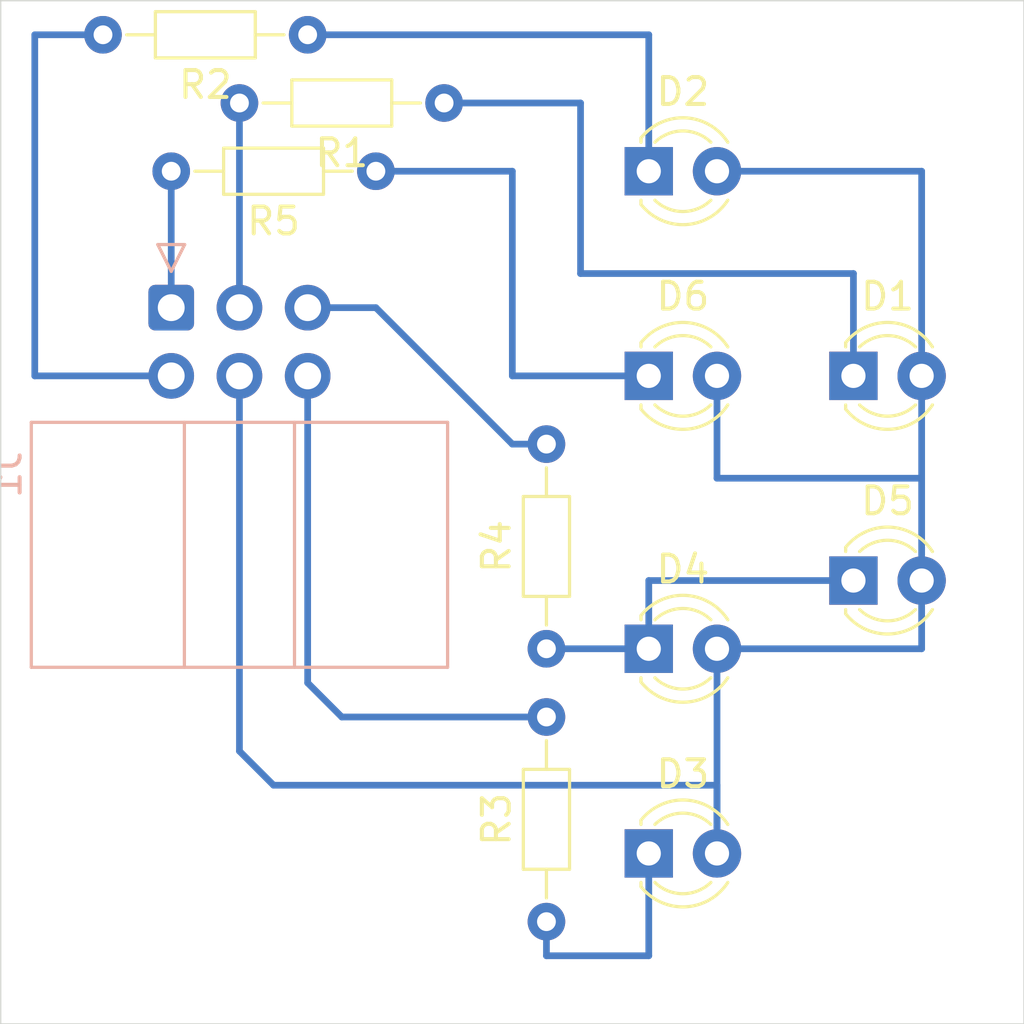
<source format=kicad_pcb>
(kicad_pcb (version 20171130) (host pcbnew 5.1.9)

  (general
    (thickness 1.6)
    (drawings 4)
    (tracks 38)
    (zones 0)
    (modules 12)
    (nets 12)
  )

  (page A4)
  (layers
    (0 F.Cu signal)
    (31 B.Cu signal)
    (32 B.Adhes user hide)
    (33 F.Adhes user hide)
    (34 B.Paste user hide)
    (35 F.Paste user hide)
    (36 B.SilkS user hide)
    (37 F.SilkS user)
    (38 B.Mask user)
    (39 F.Mask user hide)
    (40 Dwgs.User user hide)
    (41 Cmts.User user hide)
    (42 Eco1.User user hide)
    (43 Eco2.User user hide)
    (44 Edge.Cuts user)
    (45 Margin user)
    (46 B.CrtYd user)
    (47 F.CrtYd user)
    (48 B.Fab user hide)
    (49 F.Fab user hide)
  )

  (setup
    (last_trace_width 0.25)
    (trace_clearance 0.2)
    (zone_clearance 0.508)
    (zone_45_only no)
    (trace_min 0.2)
    (via_size 0.8)
    (via_drill 0.4)
    (via_min_size 0.4)
    (via_min_drill 0.3)
    (uvia_size 0.3)
    (uvia_drill 0.1)
    (uvias_allowed no)
    (uvia_min_size 0.2)
    (uvia_min_drill 0.1)
    (edge_width 0.05)
    (segment_width 1)
    (pcb_text_width 0.3)
    (pcb_text_size 1.5 1.5)
    (mod_edge_width 0.12)
    (mod_text_size 1 1)
    (mod_text_width 0.15)
    (pad_size 1.524 1.524)
    (pad_drill 0.762)
    (pad_to_mask_clearance 0)
    (aux_axis_origin 0 0)
    (visible_elements FFFFFF7F)
    (pcbplotparams
      (layerselection 0x010fc_ffffffff)
      (usegerberextensions true)
      (usegerberattributes false)
      (usegerberadvancedattributes false)
      (creategerberjobfile false)
      (excludeedgelayer true)
      (linewidth 0.100000)
      (plotframeref false)
      (viasonmask false)
      (mode 1)
      (useauxorigin false)
      (hpglpennumber 1)
      (hpglpenspeed 20)
      (hpglpendiameter 15.000000)
      (psnegative false)
      (psa4output false)
      (plotreference true)
      (plotvalue false)
      (plotinvisibletext false)
      (padsonsilk false)
      (subtractmaskfromsilk true)
      (outputformat 1)
      (mirror false)
      (drillshape 0)
      (scaleselection 1)
      (outputdirectory "polt"))
  )

  (net 0 "")
  (net 1 +5P)
  (net 2 "Net-(D1-Pad1)")
  (net 3 "Net-(D2-Pad1)")
  (net 4 "Net-(D3-Pad1)")
  (net 5 "Net-(D4-Pad1)")
  (net 6 "Net-(D6-Pad1)")
  (net 7 "Net-(J1-Pad5)")
  (net 8 "Net-(J1-Pad3)")
  (net 9 "Net-(J1-Pad2)")
  (net 10 "Net-(J1-Pad1)")
  (net 11 "Net-(J1-Pad6)")

  (net_class Default "This is the default net class."
    (clearance 0.2)
    (trace_width 0.25)
    (via_dia 0.8)
    (via_drill 0.4)
    (uvia_dia 0.3)
    (uvia_drill 0.1)
    (add_net +5P)
    (add_net "Net-(D1-Pad1)")
    (add_net "Net-(D2-Pad1)")
    (add_net "Net-(D3-Pad1)")
    (add_net "Net-(D4-Pad1)")
    (add_net "Net-(D6-Pad1)")
    (add_net "Net-(J1-Pad1)")
    (add_net "Net-(J1-Pad2)")
    (add_net "Net-(J1-Pad3)")
    (add_net "Net-(J1-Pad5)")
    (add_net "Net-(J1-Pad6)")
  )

  (module LEDs:LED_D3.0mm (layer F.Cu) (tedit 587A3A7B) (tstamp 607A092B)
    (at 55.88 38.1)
    (descr "LED, diameter 3.0mm, 2 pins")
    (tags "LED diameter 3.0mm 2 pins")
    (path /607A062E)
    (fp_text reference D1 (at 1.27 -2.96) (layer F.SilkS)
      (effects (font (size 1 1) (thickness 0.15)))
    )
    (fp_text value "Rot 2" (at 1.27 2.96) (layer F.Fab)
      (effects (font (size 1 1) (thickness 0.15)))
    )
    (fp_circle (center 1.27 0) (end 2.77 0) (layer F.Fab) (width 0.1))
    (fp_line (start -0.23 -1.16619) (end -0.23 1.16619) (layer F.Fab) (width 0.1))
    (fp_line (start -0.29 -1.236) (end -0.29 -1.08) (layer F.SilkS) (width 0.12))
    (fp_line (start -0.29 1.08) (end -0.29 1.236) (layer F.SilkS) (width 0.12))
    (fp_line (start -1.15 -2.25) (end -1.15 2.25) (layer F.CrtYd) (width 0.05))
    (fp_line (start -1.15 2.25) (end 3.7 2.25) (layer F.CrtYd) (width 0.05))
    (fp_line (start 3.7 2.25) (end 3.7 -2.25) (layer F.CrtYd) (width 0.05))
    (fp_line (start 3.7 -2.25) (end -1.15 -2.25) (layer F.CrtYd) (width 0.05))
    (fp_arc (start 1.27 0) (end 0.229039 1.08) (angle -87.9) (layer F.SilkS) (width 0.12))
    (fp_arc (start 1.27 0) (end 0.229039 -1.08) (angle 87.9) (layer F.SilkS) (width 0.12))
    (fp_arc (start 1.27 0) (end -0.29 1.235516) (angle -108.8) (layer F.SilkS) (width 0.12))
    (fp_arc (start 1.27 0) (end -0.29 -1.235516) (angle 108.8) (layer F.SilkS) (width 0.12))
    (fp_arc (start 1.27 0) (end -0.23 -1.16619) (angle 284.3) (layer F.Fab) (width 0.1))
    (pad 2 thru_hole circle (at 2.54 0) (size 1.8 1.8) (drill 0.9) (layers *.Cu *.Mask)
      (net 1 +5P))
    (pad 1 thru_hole rect (at 0 0) (size 1.8 1.8) (drill 0.9) (layers *.Cu *.Mask)
      (net 2 "Net-(D1-Pad1)"))
    (model ${KISYS3DMOD}/LEDs.3dshapes/LED_D3.0mm.wrl
      (at (xyz 0 0 0))
      (scale (xyz 0.393701 0.393701 0.393701))
      (rotate (xyz 0 0 0))
    )
  )

  (module LEDs:LED_D3.0mm (layer F.Cu) (tedit 587A3A7B) (tstamp 607A093E)
    (at 48.26 30.48)
    (descr "LED, diameter 3.0mm, 2 pins")
    (tags "LED diameter 3.0mm 2 pins")
    (path /607A3A55)
    (fp_text reference D2 (at 1.27 -2.96) (layer F.SilkS)
      (effects (font (size 1 1) (thickness 0.15)))
    )
    (fp_text value Grün (at 1.27 2.96) (layer F.Fab)
      (effects (font (size 1 1) (thickness 0.15)))
    )
    (fp_line (start 3.7 -2.25) (end -1.15 -2.25) (layer F.CrtYd) (width 0.05))
    (fp_line (start 3.7 2.25) (end 3.7 -2.25) (layer F.CrtYd) (width 0.05))
    (fp_line (start -1.15 2.25) (end 3.7 2.25) (layer F.CrtYd) (width 0.05))
    (fp_line (start -1.15 -2.25) (end -1.15 2.25) (layer F.CrtYd) (width 0.05))
    (fp_line (start -0.29 1.08) (end -0.29 1.236) (layer F.SilkS) (width 0.12))
    (fp_line (start -0.29 -1.236) (end -0.29 -1.08) (layer F.SilkS) (width 0.12))
    (fp_line (start -0.23 -1.16619) (end -0.23 1.16619) (layer F.Fab) (width 0.1))
    (fp_circle (center 1.27 0) (end 2.77 0) (layer F.Fab) (width 0.1))
    (fp_arc (start 1.27 0) (end -0.23 -1.16619) (angle 284.3) (layer F.Fab) (width 0.1))
    (fp_arc (start 1.27 0) (end -0.29 -1.235516) (angle 108.8) (layer F.SilkS) (width 0.12))
    (fp_arc (start 1.27 0) (end -0.29 1.235516) (angle -108.8) (layer F.SilkS) (width 0.12))
    (fp_arc (start 1.27 0) (end 0.229039 -1.08) (angle 87.9) (layer F.SilkS) (width 0.12))
    (fp_arc (start 1.27 0) (end 0.229039 1.08) (angle -87.9) (layer F.SilkS) (width 0.12))
    (pad 1 thru_hole rect (at 0 0) (size 1.8 1.8) (drill 0.9) (layers *.Cu *.Mask)
      (net 3 "Net-(D2-Pad1)"))
    (pad 2 thru_hole circle (at 2.54 0) (size 1.8 1.8) (drill 0.9) (layers *.Cu *.Mask)
      (net 1 +5P))
    (model ${KISYS3DMOD}/LEDs.3dshapes/LED_D3.0mm.wrl
      (at (xyz 0 0 0))
      (scale (xyz 0.393701 0.393701 0.393701))
      (rotate (xyz 0 0 0))
    )
  )

  (module LEDs:LED_D3.0mm (layer F.Cu) (tedit 587A3A7B) (tstamp 607A0951)
    (at 48.26 55.88)
    (descr "LED, diameter 3.0mm, 2 pins")
    (tags "LED diameter 3.0mm 2 pins")
    (path /607A462B)
    (fp_text reference D3 (at 1.27 -2.96) (layer F.SilkS)
      (effects (font (size 1 1) (thickness 0.15)))
    )
    (fp_text value Gelb (at 1.27 2.96) (layer F.Fab)
      (effects (font (size 1 1) (thickness 0.15)))
    )
    (fp_circle (center 1.27 0) (end 2.77 0) (layer F.Fab) (width 0.1))
    (fp_line (start -0.23 -1.16619) (end -0.23 1.16619) (layer F.Fab) (width 0.1))
    (fp_line (start -0.29 -1.236) (end -0.29 -1.08) (layer F.SilkS) (width 0.12))
    (fp_line (start -0.29 1.08) (end -0.29 1.236) (layer F.SilkS) (width 0.12))
    (fp_line (start -1.15 -2.25) (end -1.15 2.25) (layer F.CrtYd) (width 0.05))
    (fp_line (start -1.15 2.25) (end 3.7 2.25) (layer F.CrtYd) (width 0.05))
    (fp_line (start 3.7 2.25) (end 3.7 -2.25) (layer F.CrtYd) (width 0.05))
    (fp_line (start 3.7 -2.25) (end -1.15 -2.25) (layer F.CrtYd) (width 0.05))
    (fp_arc (start 1.27 0) (end 0.229039 1.08) (angle -87.9) (layer F.SilkS) (width 0.12))
    (fp_arc (start 1.27 0) (end 0.229039 -1.08) (angle 87.9) (layer F.SilkS) (width 0.12))
    (fp_arc (start 1.27 0) (end -0.29 1.235516) (angle -108.8) (layer F.SilkS) (width 0.12))
    (fp_arc (start 1.27 0) (end -0.29 -1.235516) (angle 108.8) (layer F.SilkS) (width 0.12))
    (fp_arc (start 1.27 0) (end -0.23 -1.16619) (angle 284.3) (layer F.Fab) (width 0.1))
    (pad 2 thru_hole circle (at 2.54 0) (size 1.8 1.8) (drill 0.9) (layers *.Cu *.Mask)
      (net 1 +5P))
    (pad 1 thru_hole rect (at 0 0) (size 1.8 1.8) (drill 0.9) (layers *.Cu *.Mask)
      (net 4 "Net-(D3-Pad1)"))
    (model ${KISYS3DMOD}/LEDs.3dshapes/LED_D3.0mm.wrl
      (at (xyz 0 0 0))
      (scale (xyz 0.393701 0.393701 0.393701))
      (rotate (xyz 0 0 0))
    )
  )

  (module LEDs:LED_D3.0mm (layer F.Cu) (tedit 587A3A7B) (tstamp 607A0964)
    (at 48.26 48.26)
    (descr "LED, diameter 3.0mm, 2 pins")
    (tags "LED diameter 3.0mm 2 pins")
    (path /607A4EA5)
    (fp_text reference D4 (at 1.27 -2.96) (layer F.SilkS)
      (effects (font (size 1 1) (thickness 0.15)))
    )
    (fp_text value Weiß (at 1.27 2.96) (layer F.Fab)
      (effects (font (size 1 1) (thickness 0.15)))
    )
    (fp_line (start 3.7 -2.25) (end -1.15 -2.25) (layer F.CrtYd) (width 0.05))
    (fp_line (start 3.7 2.25) (end 3.7 -2.25) (layer F.CrtYd) (width 0.05))
    (fp_line (start -1.15 2.25) (end 3.7 2.25) (layer F.CrtYd) (width 0.05))
    (fp_line (start -1.15 -2.25) (end -1.15 2.25) (layer F.CrtYd) (width 0.05))
    (fp_line (start -0.29 1.08) (end -0.29 1.236) (layer F.SilkS) (width 0.12))
    (fp_line (start -0.29 -1.236) (end -0.29 -1.08) (layer F.SilkS) (width 0.12))
    (fp_line (start -0.23 -1.16619) (end -0.23 1.16619) (layer F.Fab) (width 0.1))
    (fp_circle (center 1.27 0) (end 2.77 0) (layer F.Fab) (width 0.1))
    (fp_arc (start 1.27 0) (end -0.23 -1.16619) (angle 284.3) (layer F.Fab) (width 0.1))
    (fp_arc (start 1.27 0) (end -0.29 -1.235516) (angle 108.8) (layer F.SilkS) (width 0.12))
    (fp_arc (start 1.27 0) (end -0.29 1.235516) (angle -108.8) (layer F.SilkS) (width 0.12))
    (fp_arc (start 1.27 0) (end 0.229039 -1.08) (angle 87.9) (layer F.SilkS) (width 0.12))
    (fp_arc (start 1.27 0) (end 0.229039 1.08) (angle -87.9) (layer F.SilkS) (width 0.12))
    (pad 1 thru_hole rect (at 0 0) (size 1.8 1.8) (drill 0.9) (layers *.Cu *.Mask)
      (net 5 "Net-(D4-Pad1)"))
    (pad 2 thru_hole circle (at 2.54 0) (size 1.8 1.8) (drill 0.9) (layers *.Cu *.Mask)
      (net 1 +5P))
    (model ${KISYS3DMOD}/LEDs.3dshapes/LED_D3.0mm.wrl
      (at (xyz 0 0 0))
      (scale (xyz 0.393701 0.393701 0.393701))
      (rotate (xyz 0 0 0))
    )
  )

  (module LEDs:LED_D3.0mm (layer F.Cu) (tedit 587A3A7B) (tstamp 607A0977)
    (at 55.88 45.72)
    (descr "LED, diameter 3.0mm, 2 pins")
    (tags "LED diameter 3.0mm 2 pins")
    (path /607A5C61)
    (fp_text reference D5 (at 1.27 -2.96) (layer F.SilkS)
      (effects (font (size 1 1) (thickness 0.15)))
    )
    (fp_text value Weiß (at 1.27 2.96) (layer F.Fab)
      (effects (font (size 1 1) (thickness 0.15)))
    )
    (fp_circle (center 1.27 0) (end 2.77 0) (layer F.Fab) (width 0.1))
    (fp_line (start -0.23 -1.16619) (end -0.23 1.16619) (layer F.Fab) (width 0.1))
    (fp_line (start -0.29 -1.236) (end -0.29 -1.08) (layer F.SilkS) (width 0.12))
    (fp_line (start -0.29 1.08) (end -0.29 1.236) (layer F.SilkS) (width 0.12))
    (fp_line (start -1.15 -2.25) (end -1.15 2.25) (layer F.CrtYd) (width 0.05))
    (fp_line (start -1.15 2.25) (end 3.7 2.25) (layer F.CrtYd) (width 0.05))
    (fp_line (start 3.7 2.25) (end 3.7 -2.25) (layer F.CrtYd) (width 0.05))
    (fp_line (start 3.7 -2.25) (end -1.15 -2.25) (layer F.CrtYd) (width 0.05))
    (fp_arc (start 1.27 0) (end 0.229039 1.08) (angle -87.9) (layer F.SilkS) (width 0.12))
    (fp_arc (start 1.27 0) (end 0.229039 -1.08) (angle 87.9) (layer F.SilkS) (width 0.12))
    (fp_arc (start 1.27 0) (end -0.29 1.235516) (angle -108.8) (layer F.SilkS) (width 0.12))
    (fp_arc (start 1.27 0) (end -0.29 -1.235516) (angle 108.8) (layer F.SilkS) (width 0.12))
    (fp_arc (start 1.27 0) (end -0.23 -1.16619) (angle 284.3) (layer F.Fab) (width 0.1))
    (pad 2 thru_hole circle (at 2.54 0) (size 1.8 1.8) (drill 0.9) (layers *.Cu *.Mask)
      (net 1 +5P))
    (pad 1 thru_hole rect (at 0 0) (size 1.8 1.8) (drill 0.9) (layers *.Cu *.Mask)
      (net 5 "Net-(D4-Pad1)"))
    (model ${KISYS3DMOD}/LEDs.3dshapes/LED_D3.0mm.wrl
      (at (xyz 0 0 0))
      (scale (xyz 0.393701 0.393701 0.393701))
      (rotate (xyz 0 0 0))
    )
  )

  (module LEDs:LED_D3.0mm (layer F.Cu) (tedit 587A3A7B) (tstamp 607A098A)
    (at 48.26 38.1)
    (descr "LED, diameter 3.0mm, 2 pins")
    (tags "LED diameter 3.0mm 2 pins")
    (path /607B3361)
    (fp_text reference D6 (at 1.27 -2.96) (layer F.SilkS)
      (effects (font (size 1 1) (thickness 0.15)))
    )
    (fp_text value "Rot 1" (at 1.27 2.96) (layer F.Fab)
      (effects (font (size 1 1) (thickness 0.15)))
    )
    (fp_line (start 3.7 -2.25) (end -1.15 -2.25) (layer F.CrtYd) (width 0.05))
    (fp_line (start 3.7 2.25) (end 3.7 -2.25) (layer F.CrtYd) (width 0.05))
    (fp_line (start -1.15 2.25) (end 3.7 2.25) (layer F.CrtYd) (width 0.05))
    (fp_line (start -1.15 -2.25) (end -1.15 2.25) (layer F.CrtYd) (width 0.05))
    (fp_line (start -0.29 1.08) (end -0.29 1.236) (layer F.SilkS) (width 0.12))
    (fp_line (start -0.29 -1.236) (end -0.29 -1.08) (layer F.SilkS) (width 0.12))
    (fp_line (start -0.23 -1.16619) (end -0.23 1.16619) (layer F.Fab) (width 0.1))
    (fp_circle (center 1.27 0) (end 2.77 0) (layer F.Fab) (width 0.1))
    (fp_arc (start 1.27 0) (end -0.23 -1.16619) (angle 284.3) (layer F.Fab) (width 0.1))
    (fp_arc (start 1.27 0) (end -0.29 -1.235516) (angle 108.8) (layer F.SilkS) (width 0.12))
    (fp_arc (start 1.27 0) (end -0.29 1.235516) (angle -108.8) (layer F.SilkS) (width 0.12))
    (fp_arc (start 1.27 0) (end 0.229039 -1.08) (angle 87.9) (layer F.SilkS) (width 0.12))
    (fp_arc (start 1.27 0) (end 0.229039 1.08) (angle -87.9) (layer F.SilkS) (width 0.12))
    (pad 1 thru_hole rect (at 0 0) (size 1.8 1.8) (drill 0.9) (layers *.Cu *.Mask)
      (net 6 "Net-(D6-Pad1)"))
    (pad 2 thru_hole circle (at 2.54 0) (size 1.8 1.8) (drill 0.9) (layers *.Cu *.Mask)
      (net 1 +5P))
    (model ${KISYS3DMOD}/LEDs.3dshapes/LED_D3.0mm.wrl
      (at (xyz 0 0 0))
      (scale (xyz 0.393701 0.393701 0.393701))
      (rotate (xyz 0 0 0))
    )
  )

  (module Resistors_THT:R_Axial_DIN0204_L3.6mm_D1.6mm_P7.62mm_Horizontal (layer F.Cu) (tedit 5874F706) (tstamp 607A09A0)
    (at 40.64 27.94 180)
    (descr "Resistor, Axial_DIN0204 series, Axial, Horizontal, pin pitch=7.62mm, 0.16666666666666666W = 1/6W, length*diameter=3.6*1.6mm^2, http://cdn-reichelt.de/documents/datenblatt/B400/1_4W%23YAG.pdf")
    (tags "Resistor Axial_DIN0204 series Axial Horizontal pin pitch 7.62mm 0.16666666666666666W = 1/6W length 3.6mm diameter 1.6mm")
    (path /607A174E)
    (fp_text reference R1 (at 3.81 -1.86) (layer F.SilkS)
      (effects (font (size 1 1) (thickness 0.15)))
    )
    (fp_text value R (at 3.81 1.86) (layer F.Fab)
      (effects (font (size 1 1) (thickness 0.15)))
    )
    (fp_line (start 2.01 -0.8) (end 2.01 0.8) (layer F.Fab) (width 0.1))
    (fp_line (start 2.01 0.8) (end 5.61 0.8) (layer F.Fab) (width 0.1))
    (fp_line (start 5.61 0.8) (end 5.61 -0.8) (layer F.Fab) (width 0.1))
    (fp_line (start 5.61 -0.8) (end 2.01 -0.8) (layer F.Fab) (width 0.1))
    (fp_line (start 0 0) (end 2.01 0) (layer F.Fab) (width 0.1))
    (fp_line (start 7.62 0) (end 5.61 0) (layer F.Fab) (width 0.1))
    (fp_line (start 1.95 -0.86) (end 1.95 0.86) (layer F.SilkS) (width 0.12))
    (fp_line (start 1.95 0.86) (end 5.67 0.86) (layer F.SilkS) (width 0.12))
    (fp_line (start 5.67 0.86) (end 5.67 -0.86) (layer F.SilkS) (width 0.12))
    (fp_line (start 5.67 -0.86) (end 1.95 -0.86) (layer F.SilkS) (width 0.12))
    (fp_line (start 0.88 0) (end 1.95 0) (layer F.SilkS) (width 0.12))
    (fp_line (start 6.74 0) (end 5.67 0) (layer F.SilkS) (width 0.12))
    (fp_line (start -0.95 -1.15) (end -0.95 1.15) (layer F.CrtYd) (width 0.05))
    (fp_line (start -0.95 1.15) (end 8.6 1.15) (layer F.CrtYd) (width 0.05))
    (fp_line (start 8.6 1.15) (end 8.6 -1.15) (layer F.CrtYd) (width 0.05))
    (fp_line (start 8.6 -1.15) (end -0.95 -1.15) (layer F.CrtYd) (width 0.05))
    (pad 2 thru_hole oval (at 7.62 0 180) (size 1.4 1.4) (drill 0.7) (layers *.Cu *.Mask)
      (net 8 "Net-(J1-Pad3)"))
    (pad 1 thru_hole circle (at 0 0 180) (size 1.4 1.4) (drill 0.7) (layers *.Cu *.Mask)
      (net 2 "Net-(D1-Pad1)"))
    (model ${KISYS3DMOD}/Resistors_THT.3dshapes/R_Axial_DIN0204_L3.6mm_D1.6mm_P7.62mm_Horizontal.wrl
      (at (xyz 0 0 0))
      (scale (xyz 0.393701 0.393701 0.393701))
      (rotate (xyz 0 0 0))
    )
  )

  (module Resistors_THT:R_Axial_DIN0204_L3.6mm_D1.6mm_P7.62mm_Horizontal (layer F.Cu) (tedit 5874F706) (tstamp 607A09B6)
    (at 35.56 25.4 180)
    (descr "Resistor, Axial_DIN0204 series, Axial, Horizontal, pin pitch=7.62mm, 0.16666666666666666W = 1/6W, length*diameter=3.6*1.6mm^2, http://cdn-reichelt.de/documents/datenblatt/B400/1_4W%23YAG.pdf")
    (tags "Resistor Axial_DIN0204 series Axial Horizontal pin pitch 7.62mm 0.16666666666666666W = 1/6W length 3.6mm diameter 1.6mm")
    (path /607A3A5B)
    (fp_text reference R2 (at 3.81 -1.86) (layer F.SilkS)
      (effects (font (size 1 1) (thickness 0.15)))
    )
    (fp_text value R (at 3.81 1.86) (layer F.Fab)
      (effects (font (size 1 1) (thickness 0.15)))
    )
    (fp_line (start 8.6 -1.15) (end -0.95 -1.15) (layer F.CrtYd) (width 0.05))
    (fp_line (start 8.6 1.15) (end 8.6 -1.15) (layer F.CrtYd) (width 0.05))
    (fp_line (start -0.95 1.15) (end 8.6 1.15) (layer F.CrtYd) (width 0.05))
    (fp_line (start -0.95 -1.15) (end -0.95 1.15) (layer F.CrtYd) (width 0.05))
    (fp_line (start 6.74 0) (end 5.67 0) (layer F.SilkS) (width 0.12))
    (fp_line (start 0.88 0) (end 1.95 0) (layer F.SilkS) (width 0.12))
    (fp_line (start 5.67 -0.86) (end 1.95 -0.86) (layer F.SilkS) (width 0.12))
    (fp_line (start 5.67 0.86) (end 5.67 -0.86) (layer F.SilkS) (width 0.12))
    (fp_line (start 1.95 0.86) (end 5.67 0.86) (layer F.SilkS) (width 0.12))
    (fp_line (start 1.95 -0.86) (end 1.95 0.86) (layer F.SilkS) (width 0.12))
    (fp_line (start 7.62 0) (end 5.61 0) (layer F.Fab) (width 0.1))
    (fp_line (start 0 0) (end 2.01 0) (layer F.Fab) (width 0.1))
    (fp_line (start 5.61 -0.8) (end 2.01 -0.8) (layer F.Fab) (width 0.1))
    (fp_line (start 5.61 0.8) (end 5.61 -0.8) (layer F.Fab) (width 0.1))
    (fp_line (start 2.01 0.8) (end 5.61 0.8) (layer F.Fab) (width 0.1))
    (fp_line (start 2.01 -0.8) (end 2.01 0.8) (layer F.Fab) (width 0.1))
    (pad 1 thru_hole circle (at 0 0 180) (size 1.4 1.4) (drill 0.7) (layers *.Cu *.Mask)
      (net 3 "Net-(D2-Pad1)"))
    (pad 2 thru_hole oval (at 7.62 0 180) (size 1.4 1.4) (drill 0.7) (layers *.Cu *.Mask)
      (net 9 "Net-(J1-Pad2)"))
    (model ${KISYS3DMOD}/Resistors_THT.3dshapes/R_Axial_DIN0204_L3.6mm_D1.6mm_P7.62mm_Horizontal.wrl
      (at (xyz 0 0 0))
      (scale (xyz 0.393701 0.393701 0.393701))
      (rotate (xyz 0 0 0))
    )
  )

  (module Resistors_THT:R_Axial_DIN0204_L3.6mm_D1.6mm_P7.62mm_Horizontal (layer F.Cu) (tedit 5874F706) (tstamp 607A09CC)
    (at 44.45 58.42 90)
    (descr "Resistor, Axial_DIN0204 series, Axial, Horizontal, pin pitch=7.62mm, 0.16666666666666666W = 1/6W, length*diameter=3.6*1.6mm^2, http://cdn-reichelt.de/documents/datenblatt/B400/1_4W%23YAG.pdf")
    (tags "Resistor Axial_DIN0204 series Axial Horizontal pin pitch 7.62mm 0.16666666666666666W = 1/6W length 3.6mm diameter 1.6mm")
    (path /607A4631)
    (fp_text reference R3 (at 3.81 -1.86 90) (layer F.SilkS)
      (effects (font (size 1 1) (thickness 0.15)))
    )
    (fp_text value R (at 3.81 1.86 90) (layer F.Fab)
      (effects (font (size 1 1) (thickness 0.15)))
    )
    (fp_line (start 8.6 -1.15) (end -0.95 -1.15) (layer F.CrtYd) (width 0.05))
    (fp_line (start 8.6 1.15) (end 8.6 -1.15) (layer F.CrtYd) (width 0.05))
    (fp_line (start -0.95 1.15) (end 8.6 1.15) (layer F.CrtYd) (width 0.05))
    (fp_line (start -0.95 -1.15) (end -0.95 1.15) (layer F.CrtYd) (width 0.05))
    (fp_line (start 6.74 0) (end 5.67 0) (layer F.SilkS) (width 0.12))
    (fp_line (start 0.88 0) (end 1.95 0) (layer F.SilkS) (width 0.12))
    (fp_line (start 5.67 -0.86) (end 1.95 -0.86) (layer F.SilkS) (width 0.12))
    (fp_line (start 5.67 0.86) (end 5.67 -0.86) (layer F.SilkS) (width 0.12))
    (fp_line (start 1.95 0.86) (end 5.67 0.86) (layer F.SilkS) (width 0.12))
    (fp_line (start 1.95 -0.86) (end 1.95 0.86) (layer F.SilkS) (width 0.12))
    (fp_line (start 7.62 0) (end 5.61 0) (layer F.Fab) (width 0.1))
    (fp_line (start 0 0) (end 2.01 0) (layer F.Fab) (width 0.1))
    (fp_line (start 5.61 -0.8) (end 2.01 -0.8) (layer F.Fab) (width 0.1))
    (fp_line (start 5.61 0.8) (end 5.61 -0.8) (layer F.Fab) (width 0.1))
    (fp_line (start 2.01 0.8) (end 5.61 0.8) (layer F.Fab) (width 0.1))
    (fp_line (start 2.01 -0.8) (end 2.01 0.8) (layer F.Fab) (width 0.1))
    (pad 1 thru_hole circle (at 0 0 90) (size 1.4 1.4) (drill 0.7) (layers *.Cu *.Mask)
      (net 4 "Net-(D3-Pad1)"))
    (pad 2 thru_hole oval (at 7.62 0 90) (size 1.4 1.4) (drill 0.7) (layers *.Cu *.Mask)
      (net 11 "Net-(J1-Pad6)"))
    (model ${KISYS3DMOD}/Resistors_THT.3dshapes/R_Axial_DIN0204_L3.6mm_D1.6mm_P7.62mm_Horizontal.wrl
      (at (xyz 0 0 0))
      (scale (xyz 0.393701 0.393701 0.393701))
      (rotate (xyz 0 0 0))
    )
  )

  (module Resistors_THT:R_Axial_DIN0204_L3.6mm_D1.6mm_P7.62mm_Horizontal (layer F.Cu) (tedit 5874F706) (tstamp 607A09E2)
    (at 44.45 48.26 90)
    (descr "Resistor, Axial_DIN0204 series, Axial, Horizontal, pin pitch=7.62mm, 0.16666666666666666W = 1/6W, length*diameter=3.6*1.6mm^2, http://cdn-reichelt.de/documents/datenblatt/B400/1_4W%23YAG.pdf")
    (tags "Resistor Axial_DIN0204 series Axial Horizontal pin pitch 7.62mm 0.16666666666666666W = 1/6W length 3.6mm diameter 1.6mm")
    (path /607A4EAB)
    (fp_text reference R4 (at 3.81 -1.86 90) (layer F.SilkS)
      (effects (font (size 1 1) (thickness 0.15)))
    )
    (fp_text value R (at 3.81 1.86 90) (layer F.Fab)
      (effects (font (size 1 1) (thickness 0.15)))
    )
    (fp_line (start 2.01 -0.8) (end 2.01 0.8) (layer F.Fab) (width 0.1))
    (fp_line (start 2.01 0.8) (end 5.61 0.8) (layer F.Fab) (width 0.1))
    (fp_line (start 5.61 0.8) (end 5.61 -0.8) (layer F.Fab) (width 0.1))
    (fp_line (start 5.61 -0.8) (end 2.01 -0.8) (layer F.Fab) (width 0.1))
    (fp_line (start 0 0) (end 2.01 0) (layer F.Fab) (width 0.1))
    (fp_line (start 7.62 0) (end 5.61 0) (layer F.Fab) (width 0.1))
    (fp_line (start 1.95 -0.86) (end 1.95 0.86) (layer F.SilkS) (width 0.12))
    (fp_line (start 1.95 0.86) (end 5.67 0.86) (layer F.SilkS) (width 0.12))
    (fp_line (start 5.67 0.86) (end 5.67 -0.86) (layer F.SilkS) (width 0.12))
    (fp_line (start 5.67 -0.86) (end 1.95 -0.86) (layer F.SilkS) (width 0.12))
    (fp_line (start 0.88 0) (end 1.95 0) (layer F.SilkS) (width 0.12))
    (fp_line (start 6.74 0) (end 5.67 0) (layer F.SilkS) (width 0.12))
    (fp_line (start -0.95 -1.15) (end -0.95 1.15) (layer F.CrtYd) (width 0.05))
    (fp_line (start -0.95 1.15) (end 8.6 1.15) (layer F.CrtYd) (width 0.05))
    (fp_line (start 8.6 1.15) (end 8.6 -1.15) (layer F.CrtYd) (width 0.05))
    (fp_line (start 8.6 -1.15) (end -0.95 -1.15) (layer F.CrtYd) (width 0.05))
    (pad 2 thru_hole oval (at 7.62 0 90) (size 1.4 1.4) (drill 0.7) (layers *.Cu *.Mask)
      (net 7 "Net-(J1-Pad5)"))
    (pad 1 thru_hole circle (at 0 0 90) (size 1.4 1.4) (drill 0.7) (layers *.Cu *.Mask)
      (net 5 "Net-(D4-Pad1)"))
    (model ${KISYS3DMOD}/Resistors_THT.3dshapes/R_Axial_DIN0204_L3.6mm_D1.6mm_P7.62mm_Horizontal.wrl
      (at (xyz 0 0 0))
      (scale (xyz 0.393701 0.393701 0.393701))
      (rotate (xyz 0 0 0))
    )
  )

  (module Resistors_THT:R_Axial_DIN0204_L3.6mm_D1.6mm_P7.62mm_Horizontal (layer F.Cu) (tedit 5874F706) (tstamp 607A09F8)
    (at 38.1 30.48 180)
    (descr "Resistor, Axial_DIN0204 series, Axial, Horizontal, pin pitch=7.62mm, 0.16666666666666666W = 1/6W, length*diameter=3.6*1.6mm^2, http://cdn-reichelt.de/documents/datenblatt/B400/1_4W%23YAG.pdf")
    (tags "Resistor Axial_DIN0204 series Axial Horizontal pin pitch 7.62mm 0.16666666666666666W = 1/6W length 3.6mm diameter 1.6mm")
    (path /607B3367)
    (fp_text reference R5 (at 3.81 -1.86) (layer F.SilkS)
      (effects (font (size 1 1) (thickness 0.15)))
    )
    (fp_text value R (at 3.81 1.86) (layer F.Fab)
      (effects (font (size 1 1) (thickness 0.15)))
    )
    (fp_line (start 2.01 -0.8) (end 2.01 0.8) (layer F.Fab) (width 0.1))
    (fp_line (start 2.01 0.8) (end 5.61 0.8) (layer F.Fab) (width 0.1))
    (fp_line (start 5.61 0.8) (end 5.61 -0.8) (layer F.Fab) (width 0.1))
    (fp_line (start 5.61 -0.8) (end 2.01 -0.8) (layer F.Fab) (width 0.1))
    (fp_line (start 0 0) (end 2.01 0) (layer F.Fab) (width 0.1))
    (fp_line (start 7.62 0) (end 5.61 0) (layer F.Fab) (width 0.1))
    (fp_line (start 1.95 -0.86) (end 1.95 0.86) (layer F.SilkS) (width 0.12))
    (fp_line (start 1.95 0.86) (end 5.67 0.86) (layer F.SilkS) (width 0.12))
    (fp_line (start 5.67 0.86) (end 5.67 -0.86) (layer F.SilkS) (width 0.12))
    (fp_line (start 5.67 -0.86) (end 1.95 -0.86) (layer F.SilkS) (width 0.12))
    (fp_line (start 0.88 0) (end 1.95 0) (layer F.SilkS) (width 0.12))
    (fp_line (start 6.74 0) (end 5.67 0) (layer F.SilkS) (width 0.12))
    (fp_line (start -0.95 -1.15) (end -0.95 1.15) (layer F.CrtYd) (width 0.05))
    (fp_line (start -0.95 1.15) (end 8.6 1.15) (layer F.CrtYd) (width 0.05))
    (fp_line (start 8.6 1.15) (end 8.6 -1.15) (layer F.CrtYd) (width 0.05))
    (fp_line (start 8.6 -1.15) (end -0.95 -1.15) (layer F.CrtYd) (width 0.05))
    (pad 2 thru_hole oval (at 7.62 0 180) (size 1.4 1.4) (drill 0.7) (layers *.Cu *.Mask)
      (net 10 "Net-(J1-Pad1)"))
    (pad 1 thru_hole circle (at 0 0 180) (size 1.4 1.4) (drill 0.7) (layers *.Cu *.Mask)
      (net 6 "Net-(D6-Pad1)"))
    (model ${KISYS3DMOD}/Resistors_THT.3dshapes/R_Axial_DIN0204_L3.6mm_D1.6mm_P7.62mm_Horizontal.wrl
      (at (xyz 0 0 0))
      (scale (xyz 0.393701 0.393701 0.393701))
      (rotate (xyz 0 0 0))
    )
  )

  (module Connectors_IDC:IDC-Header_2x03_P2.54mm_Horizontal (layer B.Cu) (tedit 5EAC9A08) (tstamp 607B5064)
    (at 30.48 35.56 270)
    (descr "Through hole IDC box header, 2x03, 2.54mm pitch, DIN 41651 / IEC 60603-13, double rows, https://docs.google.com/spreadsheets/d/16SsEcesNF15N3Lb4niX7dcUr-NY5_MFPQhobNuNppn4/edit#gid=0")
    (tags "Through hole horizontal IDC box header THT 2x03 2.54mm double row")
    (path /607A8BE2)
    (fp_text reference J1 (at 6.215 6.1 270) (layer B.SilkS)
      (effects (font (size 1 1) (thickness 0.15)) (justify mirror))
    )
    (fp_text value Conn_02x03_Odd_Even (at 6.215 -11.18 270) (layer B.Fab)
      (effects (font (size 1 1) (thickness 0.15)) (justify mirror))
    )
    (fp_line (start 13.78 5.6) (end -1.35 5.6) (layer B.CrtYd) (width 0.05))
    (fp_line (start 13.78 -10.69) (end 13.78 5.6) (layer B.CrtYd) (width 0.05))
    (fp_line (start -1.35 -10.69) (end 13.78 -10.69) (layer B.CrtYd) (width 0.05))
    (fp_line (start -1.35 5.6) (end -1.35 -10.69) (layer B.CrtYd) (width 0.05))
    (fp_line (start -2.35 -0.5) (end -1.35 0) (layer B.SilkS) (width 0.12))
    (fp_line (start -2.35 0.5) (end -2.35 -0.5) (layer B.SilkS) (width 0.12))
    (fp_line (start -1.35 0) (end -2.35 0.5) (layer B.SilkS) (width 0.12))
    (fp_line (start 4.27 -10.29) (end 4.27 5.21) (layer B.SilkS) (width 0.12))
    (fp_line (start 13.39 -10.29) (end 4.27 -10.29) (layer B.SilkS) (width 0.12))
    (fp_line (start 13.39 5.21) (end 13.39 -10.29) (layer B.SilkS) (width 0.12))
    (fp_line (start 4.27 5.21) (end 13.39 5.21) (layer B.SilkS) (width 0.12))
    (fp_line (start 4.38 -10.18) (end 4.38 4.1) (layer B.Fab) (width 0.1))
    (fp_line (start 13.28 -10.18) (end 4.38 -10.18) (layer B.Fab) (width 0.1))
    (fp_line (start 13.28 5.1) (end 13.28 -10.18) (layer B.Fab) (width 0.1))
    (fp_line (start 5.38 5.1) (end 13.28 5.1) (layer B.Fab) (width 0.1))
    (fp_line (start -0.32 -5.4) (end 4.38 -5.4) (layer B.Fab) (width 0.1))
    (fp_line (start -0.32 -4.76) (end -0.32 -5.4) (layer B.Fab) (width 0.1))
    (fp_line (start 4.38 -4.76) (end -0.32 -4.76) (layer B.Fab) (width 0.1))
    (fp_line (start -0.32 -2.86) (end 4.38 -2.86) (layer B.Fab) (width 0.1))
    (fp_line (start -0.32 -2.22) (end -0.32 -2.86) (layer B.Fab) (width 0.1))
    (fp_line (start 4.38 -2.22) (end -0.32 -2.22) (layer B.Fab) (width 0.1))
    (fp_line (start -0.32 -0.32) (end 4.38 -0.32) (layer B.Fab) (width 0.1))
    (fp_line (start -0.32 0.32) (end -0.32 -0.32) (layer B.Fab) (width 0.1))
    (fp_line (start 4.38 0.32) (end -0.32 0.32) (layer B.Fab) (width 0.1))
    (fp_line (start 4.27 -4.59) (end 13.39 -4.59) (layer B.SilkS) (width 0.12))
    (fp_line (start 4.27 -0.49) (end 13.39 -0.49) (layer B.SilkS) (width 0.12))
    (fp_line (start 4.38 -4.59) (end 13.28 -4.59) (layer B.Fab) (width 0.1))
    (fp_line (start 4.38 -0.49) (end 13.28 -0.49) (layer B.Fab) (width 0.1))
    (fp_line (start 4.38 4.1) (end 5.38 5.1) (layer B.Fab) (width 0.1))
    (fp_text user %R (at 8.83 -2.54) (layer B.Fab)
      (effects (font (size 1 1) (thickness 0.15)) (justify mirror))
    )
    (pad 1 thru_hole roundrect (at 0 0 270) (size 1.7 1.7) (drill 1) (layers *.Cu *.Mask) (roundrect_rratio 0.1470588235294118)
      (net 10 "Net-(J1-Pad1)"))
    (pad 3 thru_hole circle (at 0 -2.54 270) (size 1.7 1.7) (drill 1) (layers *.Cu *.Mask)
      (net 8 "Net-(J1-Pad3)"))
    (pad 5 thru_hole circle (at 0 -5.08 270) (size 1.7 1.7) (drill 1) (layers *.Cu *.Mask)
      (net 7 "Net-(J1-Pad5)"))
    (pad 2 thru_hole circle (at 2.54 0 270) (size 1.7 1.7) (drill 1) (layers *.Cu *.Mask)
      (net 9 "Net-(J1-Pad2)"))
    (pad 4 thru_hole circle (at 2.54 -2.54 270) (size 1.7 1.7) (drill 1) (layers *.Cu *.Mask)
      (net 1 +5P))
    (pad 6 thru_hole circle (at 2.54 -5.08 270) (size 1.7 1.7) (drill 1) (layers *.Cu *.Mask)
      (net 11 "Net-(J1-Pad6)"))
    (model ${KISYS3DMOD}/Connector_IDC.3dshapes/IDC-Header_2x03_P2.54mm_Horizontal.wrl
      (at (xyz 0 0 0))
      (scale (xyz 1 1 1))
      (rotate (xyz 0 0 0))
    )
  )

  (gr_line (start 24.13 62.23) (end 24.13 24.13) (layer Edge.Cuts) (width 0.05) (tstamp 607B55E9))
  (gr_line (start 62.23 62.23) (end 24.13 62.23) (layer Edge.Cuts) (width 0.05))
  (gr_line (start 62.23 24.13) (end 62.23 62.23) (layer Edge.Cuts) (width 0.05))
  (gr_line (start 24.13 24.13) (end 62.23 24.13) (layer Edge.Cuts) (width 0.05))

  (segment (start 50.8 55.88) (end 50.8 48.26) (width 0.25) (layer B.Cu) (net 1) (status 30))
  (segment (start 50.8 48.26) (end 58.42 48.26) (width 0.25) (layer B.Cu) (net 1) (status 10))
  (segment (start 58.42 48.26) (end 58.42 45.72) (width 0.25) (layer B.Cu) (net 1) (status 20))
  (segment (start 58.42 45.72) (end 58.42 38.1) (width 0.25) (layer B.Cu) (net 1) (status 30))
  (segment (start 58.42 38.1) (end 58.42 30.48) (width 0.25) (layer B.Cu) (net 1) (status 10))
  (segment (start 58.42 30.48) (end 50.8 30.48) (width 0.25) (layer B.Cu) (net 1) (status 20))
  (segment (start 50.8 38.1) (end 50.8 41.91) (width 0.25) (layer B.Cu) (net 1) (status 10))
  (segment (start 50.8 41.91) (end 58.42 41.91) (width 0.25) (layer B.Cu) (net 1))
  (segment (start 50.8 53.34) (end 50.8 55.88) (width 0.25) (layer B.Cu) (net 1) (status 20))
  (segment (start 34.29 53.34) (end 50.8 53.34) (width 0.25) (layer B.Cu) (net 1))
  (segment (start 33.02 52.07) (end 34.29 53.34) (width 0.25) (layer B.Cu) (net 1))
  (segment (start 33.02 38.1) (end 33.02 52.07) (width 0.25) (layer B.Cu) (net 1) (status 10))
  (segment (start 55.88 34.29) (end 55.88 38.1) (width 0.25) (layer B.Cu) (net 2) (status 20))
  (segment (start 45.72 34.29) (end 55.88 34.29) (width 0.25) (layer B.Cu) (net 2))
  (segment (start 45.72 27.94) (end 45.72 34.29) (width 0.25) (layer B.Cu) (net 2))
  (segment (start 40.64 27.94) (end 45.72 27.94) (width 0.25) (layer B.Cu) (net 2) (status 10))
  (segment (start 35.56 25.4) (end 48.26 25.4) (width 0.25) (layer B.Cu) (net 3) (status 10))
  (segment (start 48.26 25.4) (end 48.26 30.48) (width 0.25) (layer B.Cu) (net 3) (status 20))
  (segment (start 44.45 59.69) (end 48.26 59.69) (width 0.25) (layer B.Cu) (net 4))
  (segment (start 48.26 59.69) (end 48.26 55.88) (width 0.25) (layer B.Cu) (net 4) (status 20))
  (segment (start 44.45 59.69) (end 44.45 58.42) (width 0.25) (layer B.Cu) (net 4))
  (segment (start 44.45 48.26) (end 48.26 48.26) (width 0.25) (layer B.Cu) (net 5) (status 30))
  (segment (start 48.26 48.26) (end 48.26 45.72) (width 0.25) (layer B.Cu) (net 5) (status 10))
  (segment (start 48.26 45.72) (end 55.88 45.72) (width 0.25) (layer B.Cu) (net 5) (status 20))
  (segment (start 38.1 30.48) (end 43.18 30.48) (width 0.25) (layer B.Cu) (net 6) (status 10))
  (segment (start 43.18 30.48) (end 43.18 38.1) (width 0.25) (layer B.Cu) (net 6))
  (segment (start 43.18 38.1) (end 48.26 38.1) (width 0.25) (layer B.Cu) (net 6) (status 20))
  (segment (start 43.18 40.64) (end 44.45 40.64) (width 0.25) (layer B.Cu) (net 7))
  (segment (start 38.1 35.56) (end 43.18 40.64) (width 0.25) (layer B.Cu) (net 7))
  (segment (start 35.56 35.56) (end 38.1 35.56) (width 0.25) (layer B.Cu) (net 7))
  (segment (start 33.02 27.94) (end 33.02 35.56) (width 0.25) (layer B.Cu) (net 8))
  (segment (start 27.94 25.4) (end 25.4 25.4) (width 0.25) (layer B.Cu) (net 9) (status 10))
  (segment (start 25.4 25.4) (end 25.4 38.1) (width 0.25) (layer B.Cu) (net 9))
  (segment (start 25.4 38.1) (end 30.48 38.1) (width 0.25) (layer B.Cu) (net 9) (status 20))
  (segment (start 30.48 30.48) (end 30.48 35.56) (width 0.25) (layer B.Cu) (net 10))
  (segment (start 36.83 50.8) (end 44.45 50.8) (width 0.25) (layer B.Cu) (net 11) (status 20))
  (segment (start 35.56 49.53) (end 36.83 50.8) (width 0.25) (layer B.Cu) (net 11))
  (segment (start 35.56 38.1) (end 35.56 49.53) (width 0.25) (layer B.Cu) (net 11) (status 10))

)

</source>
